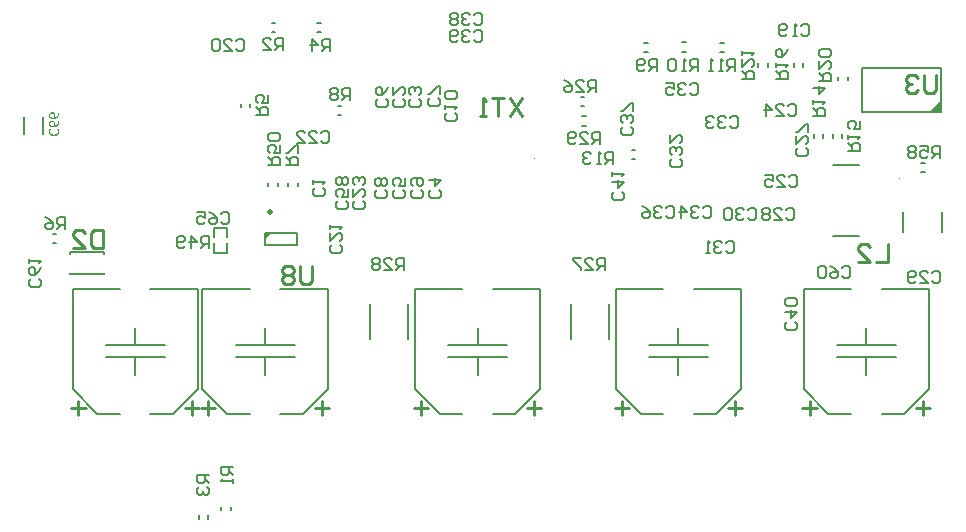
<source format=gbo>
G04*
G04 #@! TF.GenerationSoftware,Altium Limited,Altium Designer,20.0.11 (256)*
G04*
G04 Layer_Color=32896*
%FSLAX25Y25*%
%MOIN*%
G70*
G01*
G75*
%ADD10C,0.00787*%
%ADD13C,0.00394*%
%ADD14C,0.00600*%
%ADD15C,0.00500*%
%ADD16C,0.01000*%
%ADD18C,0.00598*%
%ADD85C,0.01968*%
G36*
X210671Y114330D02*
Y112122D01*
X212880Y114330D01*
X210671D01*
D02*
G37*
G36*
X436024Y154609D02*
Y158546D01*
X432087Y154609D01*
X436024D01*
D02*
G37*
G36*
X139950Y154468D02*
X140017Y154457D01*
X140073Y154446D01*
X140122Y154435D01*
X140156Y154424D01*
X140183Y154418D01*
X140189Y154413D01*
X140256Y154385D01*
X140317Y154357D01*
X140367Y154324D01*
X140411Y154296D01*
X140450Y154268D01*
X140478Y154246D01*
X140494Y154230D01*
X140500Y154224D01*
X140544Y154174D01*
X140583Y154124D01*
X140622Y154074D01*
X140650Y154024D01*
X140672Y153980D01*
X140689Y153946D01*
X140694Y153924D01*
X140700Y153913D01*
X140727Y153841D01*
X140744Y153769D01*
X140761Y153697D01*
X140766Y153630D01*
X140772Y153575D01*
X140777Y153525D01*
Y153397D01*
X140766Y153314D01*
X140761Y153236D01*
X140750Y153170D01*
X140738Y153114D01*
X140727Y153075D01*
X140722Y153047D01*
X140716Y153036D01*
X140694Y152964D01*
X140672Y152892D01*
X140644Y152831D01*
X140622Y152781D01*
X140605Y152737D01*
X140589Y152703D01*
X140578Y152681D01*
X140572Y152676D01*
X140672Y152681D01*
X140755Y152692D01*
X140827Y152709D01*
X140894Y152720D01*
X140955Y152742D01*
X141005Y152753D01*
X141038Y152770D01*
X141066Y152776D01*
X141071Y152781D01*
X141138Y152814D01*
X141199Y152848D01*
X141249Y152886D01*
X141294Y152920D01*
X141332Y152953D01*
X141360Y152981D01*
X141377Y152998D01*
X141382Y153003D01*
X141427Y153059D01*
X141466Y153120D01*
X141504Y153181D01*
X141532Y153236D01*
X141554Y153286D01*
X141571Y153331D01*
X141577Y153353D01*
X141582Y153364D01*
X141604Y153447D01*
X141627Y153536D01*
X141638Y153619D01*
X141643Y153697D01*
X141649Y153769D01*
X141654Y153819D01*
Y154224D01*
X142032D01*
Y153897D01*
X142026Y153774D01*
X142021Y153664D01*
X142009Y153564D01*
X141998Y153480D01*
X141982Y153408D01*
X141971Y153353D01*
X141965Y153319D01*
X141960Y153314D01*
Y153308D01*
X141932Y153219D01*
X141904Y153136D01*
X141871Y153059D01*
X141837Y152998D01*
X141810Y152942D01*
X141788Y152903D01*
X141771Y152881D01*
X141765Y152870D01*
X141715Y152803D01*
X141665Y152742D01*
X141621Y152692D01*
X141571Y152648D01*
X141532Y152609D01*
X141499Y152581D01*
X141477Y152565D01*
X141471Y152559D01*
X141338Y152476D01*
X141277Y152443D01*
X141216Y152415D01*
X141166Y152392D01*
X141121Y152376D01*
X141099Y152365D01*
X141088Y152359D01*
X140933Y152315D01*
X140861Y152293D01*
X140794Y152281D01*
X140733Y152270D01*
X140689Y152259D01*
X140661Y152254D01*
X140650D01*
X140478Y152237D01*
X140394Y152232D01*
X140322D01*
X140256Y152226D01*
X140211D01*
X140178D01*
X140172D01*
X140167D01*
X140034Y152232D01*
X139912Y152237D01*
X139801Y152248D01*
X139706Y152265D01*
X139629Y152276D01*
X139573Y152287D01*
X139551Y152293D01*
X139534D01*
X139529Y152298D01*
X139523D01*
X139423Y152326D01*
X139340Y152359D01*
X139262Y152398D01*
X139196Y152431D01*
X139146Y152459D01*
X139107Y152487D01*
X139085Y152504D01*
X139074Y152509D01*
X139013Y152565D01*
X138957Y152620D01*
X138913Y152681D01*
X138874Y152731D01*
X138846Y152781D01*
X138824Y152820D01*
X138813Y152842D01*
X138807Y152853D01*
X138779Y152936D01*
X138757Y153020D01*
X138746Y153097D01*
X138735Y153175D01*
X138729Y153242D01*
X138724Y153292D01*
Y153336D01*
X138729Y153430D01*
X138735Y153519D01*
X138752Y153597D01*
X138768Y153664D01*
X138779Y153725D01*
X138796Y153763D01*
X138802Y153791D01*
X138807Y153802D01*
X138840Y153880D01*
X138879Y153946D01*
X138918Y154008D01*
X138951Y154063D01*
X138985Y154102D01*
X139013Y154135D01*
X139029Y154157D01*
X139035Y154163D01*
X139090Y154218D01*
X139151Y154263D01*
X139207Y154302D01*
X139257Y154335D01*
X139307Y154363D01*
X139340Y154379D01*
X139362Y154391D01*
X139373Y154396D01*
X139451Y154424D01*
X139523Y154446D01*
X139595Y154457D01*
X139662Y154468D01*
X139717Y154474D01*
X139762Y154479D01*
X139789D01*
X139801D01*
X139878D01*
X139950Y154468D01*
D02*
G37*
G36*
Y151654D02*
X140017Y151643D01*
X140073Y151632D01*
X140122Y151621D01*
X140156Y151610D01*
X140183Y151604D01*
X140189Y151599D01*
X140256Y151571D01*
X140317Y151543D01*
X140367Y151510D01*
X140411Y151482D01*
X140450Y151455D01*
X140478Y151432D01*
X140494Y151416D01*
X140500Y151410D01*
X140544Y151360D01*
X140583Y151310D01*
X140622Y151260D01*
X140650Y151210D01*
X140672Y151166D01*
X140689Y151133D01*
X140694Y151110D01*
X140700Y151099D01*
X140727Y151027D01*
X140744Y150955D01*
X140761Y150883D01*
X140766Y150816D01*
X140772Y150761D01*
X140777Y150711D01*
Y150583D01*
X140766Y150500D01*
X140761Y150422D01*
X140750Y150356D01*
X140738Y150300D01*
X140727Y150261D01*
X140722Y150234D01*
X140716Y150223D01*
X140694Y150150D01*
X140672Y150078D01*
X140644Y150017D01*
X140622Y149967D01*
X140605Y149923D01*
X140589Y149890D01*
X140578Y149867D01*
X140572Y149862D01*
X140672Y149867D01*
X140755Y149878D01*
X140827Y149895D01*
X140894Y149906D01*
X140955Y149928D01*
X141005Y149939D01*
X141038Y149956D01*
X141066Y149962D01*
X141071Y149967D01*
X141138Y150001D01*
X141199Y150034D01*
X141249Y150073D01*
X141294Y150106D01*
X141332Y150139D01*
X141360Y150167D01*
X141377Y150184D01*
X141382Y150189D01*
X141427Y150245D01*
X141466Y150306D01*
X141504Y150367D01*
X141532Y150422D01*
X141554Y150472D01*
X141571Y150517D01*
X141577Y150539D01*
X141582Y150550D01*
X141604Y150633D01*
X141627Y150722D01*
X141638Y150805D01*
X141643Y150883D01*
X141649Y150955D01*
X141654Y151005D01*
Y151410D01*
X142032D01*
Y151083D01*
X142026Y150961D01*
X142021Y150850D01*
X142009Y150750D01*
X141998Y150666D01*
X141982Y150594D01*
X141971Y150539D01*
X141965Y150505D01*
X141960Y150500D01*
Y150494D01*
X141932Y150406D01*
X141904Y150322D01*
X141871Y150245D01*
X141837Y150184D01*
X141810Y150128D01*
X141788Y150089D01*
X141771Y150067D01*
X141765Y150056D01*
X141715Y149989D01*
X141665Y149928D01*
X141621Y149878D01*
X141571Y149834D01*
X141532Y149795D01*
X141499Y149767D01*
X141477Y149751D01*
X141471Y149745D01*
X141338Y149662D01*
X141277Y149629D01*
X141216Y149601D01*
X141166Y149579D01*
X141121Y149562D01*
X141099Y149551D01*
X141088Y149545D01*
X140933Y149501D01*
X140861Y149479D01*
X140794Y149468D01*
X140733Y149457D01*
X140689Y149445D01*
X140661Y149440D01*
X140650D01*
X140478Y149423D01*
X140394Y149418D01*
X140322D01*
X140256Y149412D01*
X140211D01*
X140178D01*
X140172D01*
X140167D01*
X140034Y149418D01*
X139912Y149423D01*
X139801Y149434D01*
X139706Y149451D01*
X139629Y149462D01*
X139573Y149473D01*
X139551Y149479D01*
X139534D01*
X139529Y149484D01*
X139523D01*
X139423Y149512D01*
X139340Y149545D01*
X139262Y149584D01*
X139196Y149618D01*
X139146Y149645D01*
X139107Y149673D01*
X139085Y149690D01*
X139074Y149695D01*
X139013Y149751D01*
X138957Y149806D01*
X138913Y149867D01*
X138874Y149917D01*
X138846Y149967D01*
X138824Y150006D01*
X138813Y150028D01*
X138807Y150039D01*
X138779Y150123D01*
X138757Y150206D01*
X138746Y150284D01*
X138735Y150361D01*
X138729Y150428D01*
X138724Y150478D01*
Y150522D01*
X138729Y150617D01*
X138735Y150705D01*
X138752Y150783D01*
X138768Y150850D01*
X138779Y150911D01*
X138796Y150950D01*
X138802Y150977D01*
X138807Y150988D01*
X138840Y151066D01*
X138879Y151133D01*
X138918Y151194D01*
X138951Y151249D01*
X138985Y151288D01*
X139013Y151321D01*
X139029Y151344D01*
X139035Y151349D01*
X139090Y151405D01*
X139151Y151449D01*
X139207Y151488D01*
X139257Y151521D01*
X139307Y151549D01*
X139340Y151566D01*
X139362Y151577D01*
X139373Y151582D01*
X139451Y151610D01*
X139523Y151632D01*
X139595Y151643D01*
X139662Y151654D01*
X139717Y151660D01*
X139762Y151665D01*
X139789D01*
X139801D01*
X139878D01*
X139950Y151654D01*
D02*
G37*
G36*
X141971Y148641D02*
X141993Y148580D01*
X142009Y148524D01*
X142021Y148474D01*
X142032Y148435D01*
X142037Y148413D01*
Y148402D01*
X142059Y148252D01*
X142065Y148186D01*
X142070Y148119D01*
X142076Y148064D01*
Y147980D01*
X142070Y147858D01*
X142059Y147742D01*
X142037Y147636D01*
X142015Y147547D01*
X141993Y147475D01*
X141971Y147420D01*
X141965Y147397D01*
X141960Y147381D01*
X141954Y147375D01*
Y147370D01*
X141904Y147275D01*
X141849Y147187D01*
X141793Y147109D01*
X141737Y147042D01*
X141688Y146987D01*
X141649Y146942D01*
X141621Y146920D01*
X141610Y146909D01*
X141527Y146843D01*
X141432Y146787D01*
X141343Y146737D01*
X141260Y146693D01*
X141182Y146665D01*
X141127Y146637D01*
X141105Y146632D01*
X141088Y146626D01*
X141077Y146621D01*
X141071D01*
X140949Y146587D01*
X140827Y146565D01*
X140705Y146543D01*
X140600Y146532D01*
X140505Y146526D01*
X140461D01*
X140428Y146521D01*
X140400D01*
X140378D01*
X140367D01*
X140361D01*
X140217Y146526D01*
X140078Y146537D01*
X139950Y146554D01*
X139828Y146576D01*
X139723Y146604D01*
X139623Y146637D01*
X139529Y146670D01*
X139451Y146704D01*
X139379Y146737D01*
X139312Y146770D01*
X139262Y146804D01*
X139218Y146831D01*
X139184Y146854D01*
X139162Y146870D01*
X139146Y146881D01*
X139140Y146887D01*
X139068Y146959D01*
X139007Y147042D01*
X138951Y147126D01*
X138901Y147209D01*
X138863Y147298D01*
X138829Y147386D01*
X138802Y147475D01*
X138779Y147558D01*
X138763Y147642D01*
X138752Y147714D01*
X138741Y147781D01*
X138735Y147836D01*
Y147886D01*
X138729Y147925D01*
Y147952D01*
X138735Y148114D01*
X138757Y148263D01*
X138779Y148402D01*
X138813Y148530D01*
X138824Y148585D01*
X138840Y148630D01*
X138851Y148674D01*
X138868Y148713D01*
X138874Y148741D01*
X138885Y148763D01*
X138890Y148774D01*
Y148779D01*
X139312D01*
X139251Y148641D01*
X139229Y148580D01*
X139212Y148524D01*
X139196Y148474D01*
X139184Y148435D01*
X139173Y148413D01*
Y148402D01*
X139146Y148258D01*
X139140Y148191D01*
X139135Y148130D01*
X139129Y148080D01*
Y148003D01*
X139135Y147914D01*
X139146Y147825D01*
X139157Y147747D01*
X139179Y147675D01*
X139201Y147608D01*
X139229Y147542D01*
X139262Y147486D01*
X139290Y147436D01*
X139318Y147392D01*
X139351Y147353D01*
X139379Y147320D01*
X139401Y147298D01*
X139423Y147275D01*
X139440Y147259D01*
X139445Y147253D01*
X139451Y147248D01*
X139517Y147203D01*
X139584Y147164D01*
X139734Y147098D01*
X139895Y147053D01*
X140050Y147026D01*
X140122Y147015D01*
X140189Y147003D01*
X140250Y146998D01*
X140300D01*
X140345Y146992D01*
X140378D01*
X140400D01*
X140405D01*
X140516Y146998D01*
X140616Y147003D01*
X140705Y147015D01*
X140783Y147026D01*
X140849Y147037D01*
X140900Y147048D01*
X140927Y147059D01*
X140938D01*
X141022Y147087D01*
X141099Y147120D01*
X141171Y147153D01*
X141227Y147187D01*
X141277Y147214D01*
X141310Y147237D01*
X141332Y147253D01*
X141338Y147259D01*
X141399Y147309D01*
X141449Y147364D01*
X141493Y147420D01*
X141527Y147470D01*
X141554Y147509D01*
X141577Y147547D01*
X141588Y147570D01*
X141593Y147575D01*
X141621Y147647D01*
X141643Y147719D01*
X141660Y147792D01*
X141671Y147853D01*
X141676Y147908D01*
X141682Y147952D01*
Y148075D01*
X141671Y148152D01*
X141665Y148224D01*
X141654Y148285D01*
X141643Y148336D01*
X141638Y148374D01*
X141627Y148397D01*
Y148408D01*
X141582Y148546D01*
X141560Y148607D01*
X141538Y148663D01*
X141516Y148713D01*
X141499Y148746D01*
X141488Y148774D01*
X141482Y148779D01*
X141921D01*
X141971Y148641D01*
D02*
G37*
%LPC*%
G36*
X139828Y154024D02*
X139801D01*
X139778D01*
X139773D01*
X139712D01*
X139656Y154019D01*
X139606Y154008D01*
X139562Y154002D01*
X139529Y153991D01*
X139501Y153980D01*
X139484Y153974D01*
X139479D01*
X139390Y153930D01*
X139351Y153908D01*
X139318Y153885D01*
X139295Y153869D01*
X139273Y153852D01*
X139262Y153841D01*
X139257Y153835D01*
X139201Y153769D01*
X139157Y153702D01*
X139140Y153675D01*
X139135Y153652D01*
X139123Y153636D01*
Y153630D01*
X139096Y153541D01*
X139085Y153458D01*
X139079Y153419D01*
Y153369D01*
X139085Y153253D01*
X139096Y153203D01*
X139107Y153158D01*
X139112Y153120D01*
X139123Y153092D01*
X139129Y153075D01*
Y153070D01*
X139151Y153025D01*
X139179Y152981D01*
X139212Y152947D01*
X139240Y152914D01*
X139268Y152886D01*
X139290Y152870D01*
X139307Y152859D01*
X139312Y152853D01*
X139368Y152820D01*
X139423Y152798D01*
X139484Y152770D01*
X139540Y152753D01*
X139584Y152737D01*
X139629Y152731D01*
X139651Y152720D01*
X139662D01*
X139745Y152703D01*
X139839Y152692D01*
X139928Y152687D01*
X140012Y152681D01*
X140089Y152676D01*
X140145D01*
X140167D01*
X140183D01*
X140195D01*
X140200D01*
X140234Y152726D01*
X140261Y152776D01*
X140278Y152814D01*
X140283Y152820D01*
Y152825D01*
X140311Y152892D01*
X140339Y152953D01*
X140345Y152975D01*
X140350Y152992D01*
X140356Y153003D01*
Y153009D01*
X140378Y153081D01*
X140394Y153136D01*
X140400Y153164D01*
Y153181D01*
X140405Y153192D01*
Y153197D01*
X140417Y153269D01*
X140428Y153331D01*
Y153453D01*
X140422Y153508D01*
X140411Y153552D01*
X140405Y153597D01*
X140394Y153630D01*
X140383Y153652D01*
X140378Y153669D01*
Y153675D01*
X140339Y153752D01*
X140300Y153813D01*
X140278Y153835D01*
X140267Y153858D01*
X140256Y153863D01*
X140250Y153869D01*
X140183Y153919D01*
X140117Y153958D01*
X140089Y153969D01*
X140067Y153980D01*
X140050Y153985D01*
X140045D01*
X139950Y154008D01*
X139906Y154013D01*
X139862Y154019D01*
X139828Y154024D01*
D02*
G37*
G36*
Y151210D02*
X139801D01*
X139778D01*
X139773D01*
X139712D01*
X139656Y151205D01*
X139606Y151194D01*
X139562Y151188D01*
X139529Y151177D01*
X139501Y151166D01*
X139484Y151160D01*
X139479D01*
X139390Y151116D01*
X139351Y151094D01*
X139318Y151072D01*
X139295Y151055D01*
X139273Y151038D01*
X139262Y151027D01*
X139257Y151022D01*
X139201Y150955D01*
X139157Y150889D01*
X139140Y150861D01*
X139135Y150838D01*
X139123Y150822D01*
Y150816D01*
X139096Y150727D01*
X139085Y150644D01*
X139079Y150605D01*
Y150556D01*
X139085Y150439D01*
X139096Y150389D01*
X139107Y150345D01*
X139112Y150306D01*
X139123Y150278D01*
X139129Y150261D01*
Y150256D01*
X139151Y150211D01*
X139179Y150167D01*
X139212Y150134D01*
X139240Y150100D01*
X139268Y150073D01*
X139290Y150056D01*
X139307Y150045D01*
X139312Y150039D01*
X139368Y150006D01*
X139423Y149984D01*
X139484Y149956D01*
X139540Y149939D01*
X139584Y149923D01*
X139629Y149917D01*
X139651Y149906D01*
X139662D01*
X139745Y149890D01*
X139839Y149878D01*
X139928Y149873D01*
X140012Y149867D01*
X140089Y149862D01*
X140145D01*
X140167D01*
X140183D01*
X140195D01*
X140200D01*
X140234Y149912D01*
X140261Y149962D01*
X140278Y150001D01*
X140283Y150006D01*
Y150012D01*
X140311Y150078D01*
X140339Y150139D01*
X140345Y150161D01*
X140350Y150178D01*
X140356Y150189D01*
Y150195D01*
X140378Y150267D01*
X140394Y150322D01*
X140400Y150350D01*
Y150367D01*
X140405Y150378D01*
Y150383D01*
X140417Y150456D01*
X140428Y150517D01*
Y150639D01*
X140422Y150694D01*
X140411Y150739D01*
X140405Y150783D01*
X140394Y150816D01*
X140383Y150838D01*
X140378Y150855D01*
Y150861D01*
X140339Y150938D01*
X140300Y150999D01*
X140278Y151022D01*
X140267Y151044D01*
X140256Y151049D01*
X140250Y151055D01*
X140183Y151105D01*
X140117Y151144D01*
X140089Y151155D01*
X140067Y151166D01*
X140050Y151172D01*
X140045D01*
X139950Y151194D01*
X139906Y151199D01*
X139862Y151205D01*
X139828Y151210D01*
D02*
G37*
%LPD*%
D10*
X130450Y147244D02*
Y152756D01*
X136750Y147244D02*
Y152756D01*
X423404Y114453D02*
Y121146D01*
X436396Y114453D02*
Y121146D01*
X312605Y78740D02*
Y90551D01*
X325400Y78740D02*
Y90551D01*
X245676Y78740D02*
Y90551D01*
X258471Y78740D02*
Y90551D01*
X400001Y136735D02*
X408662D01*
X400001Y113034D02*
X408662D01*
X145791Y100360D02*
Y100950D01*
X157209Y100360D02*
Y100950D01*
X145791Y107249D02*
Y107840D01*
X157209Y107249D02*
Y107840D01*
X145791Y100360D02*
X157209D01*
X145791Y107840D02*
X157209D01*
X409647Y154609D02*
X436024D01*
X409647D02*
Y169176D01*
X436024D01*
Y154609D02*
Y169176D01*
D13*
X300584Y138978D02*
G03*
X300584Y138978I-197J0D01*
G01*
X422372Y132415D02*
G03*
X422372Y132415I-197J0D01*
G01*
X158980Y107249D02*
G03*
X158980Y107249I-197J0D01*
G01*
D14*
X260735Y62205D02*
X269002Y53937D01*
X260735Y62205D02*
Y95669D01*
X294199Y53937D02*
X302467Y62205D01*
Y95669D01*
X260735D02*
X276483D01*
X269002Y53937D02*
X276483D01*
X286719Y95669D02*
X302467D01*
X286719Y53937D02*
X294199D01*
X271758Y76772D02*
X291443D01*
X271758Y72835D02*
X291443D01*
X281601Y66929D02*
Y72835D01*
Y76772D02*
Y82677D01*
X390262Y62205D02*
X398530Y53937D01*
X390262Y62205D02*
Y95669D01*
X423727Y53937D02*
X431994Y62205D01*
Y95669D01*
X390262D02*
X406010D01*
X398530Y53937D02*
X406010D01*
X416247Y95669D02*
X431994D01*
X416247Y53937D02*
X423727D01*
X401286Y76772D02*
X420971D01*
X401286Y72835D02*
X420971D01*
X411128Y66929D02*
Y72835D01*
Y76772D02*
Y82677D01*
X146561Y62205D02*
X154829Y53937D01*
X146561Y62205D02*
Y95669D01*
X180026Y53937D02*
X188294Y62205D01*
Y95669D01*
X146561D02*
X162309D01*
X154829Y53937D02*
X162309D01*
X172546Y95669D02*
X188294D01*
X172546Y53937D02*
X180026D01*
X157585Y76772D02*
X177270D01*
X157585Y72835D02*
X177270D01*
X167428Y66929D02*
Y72835D01*
Y76772D02*
Y82677D01*
X189868Y62205D02*
X198136Y53937D01*
X189868Y62205D02*
Y95669D01*
X223333Y53937D02*
X231601Y62205D01*
Y95669D01*
X189868D02*
X205616D01*
X198136Y53937D02*
X205616D01*
X215853Y95669D02*
X231601D01*
X215853Y53937D02*
X223333D01*
X200892Y76772D02*
X220577D01*
X200892Y72835D02*
X220577D01*
X210735Y66929D02*
Y72835D01*
Y76772D02*
Y82677D01*
X327664Y62205D02*
X335931Y53937D01*
X327664Y62205D02*
Y95669D01*
X361128Y53937D02*
X369396Y62205D01*
Y95669D01*
X327664D02*
X343412D01*
X335931Y53937D02*
X343412D01*
X353648Y95669D02*
X369396D01*
X353648Y53937D02*
X361128D01*
X338687Y76772D02*
X358372D01*
X338687Y72835D02*
X358372D01*
X348530Y66929D02*
Y72835D01*
Y76772D02*
Y82677D01*
X403140Y102464D02*
X403806Y103131D01*
X405139D01*
X405805Y102464D01*
Y99799D01*
X405139Y99132D01*
X403806D01*
X403140Y99799D01*
X399141Y103131D02*
X400474Y102464D01*
X401807Y101132D01*
Y99799D01*
X401140Y99132D01*
X399808D01*
X399141Y99799D01*
Y100465D01*
X399808Y101132D01*
X401807D01*
X397808Y102464D02*
X397142Y103131D01*
X395809D01*
X395142Y102464D01*
Y99799D01*
X395809Y99132D01*
X397142D01*
X397808Y99799D01*
Y102464D01*
X389434Y183032D02*
X390101Y183699D01*
X391434D01*
X392100Y183032D01*
Y180366D01*
X391434Y179700D01*
X390101D01*
X389434Y180366D01*
X388101Y179700D02*
X386768D01*
X387435D01*
Y183699D01*
X388101Y183032D01*
X384769Y180366D02*
X384103Y179700D01*
X382770D01*
X382103Y180366D01*
Y183032D01*
X382770Y183699D01*
X384103D01*
X384769Y183032D01*
Y182366D01*
X384103Y181699D01*
X382103D01*
X196134Y120632D02*
X196801Y121299D01*
X198134D01*
X198800Y120632D01*
Y117966D01*
X198134Y117300D01*
X196801D01*
X196134Y117966D01*
X192136Y121299D02*
X193468Y120632D01*
X194801Y119299D01*
Y117966D01*
X194135Y117300D01*
X192802D01*
X192136Y117966D01*
Y118633D01*
X192802Y119299D01*
X194801D01*
X188137Y121299D02*
X190803D01*
Y119299D01*
X189470Y119966D01*
X188803D01*
X188137Y119299D01*
Y117966D01*
X188803Y117300D01*
X190136D01*
X190803Y117966D01*
X211600Y136900D02*
X215599D01*
Y138899D01*
X214932Y139566D01*
X213599D01*
X212933Y138899D01*
Y136900D01*
Y138233D02*
X211600Y139566D01*
X215599Y143564D02*
Y140899D01*
X213599D01*
X214266Y142232D01*
Y142898D01*
X213599Y143564D01*
X212266D01*
X211600Y142898D01*
Y141565D01*
X212266Y140899D01*
X214932Y144897D02*
X215599Y145564D01*
Y146897D01*
X214932Y147563D01*
X212266D01*
X211600Y146897D01*
Y145564D01*
X212266Y144897D01*
X214932D01*
X257191Y101968D02*
Y105967D01*
X255192D01*
X254525Y105301D01*
Y103968D01*
X255192Y103301D01*
X257191D01*
X255858D02*
X254525Y101968D01*
X250527D02*
X253193D01*
X250527Y104634D01*
Y105301D01*
X251193Y105967D01*
X252526D01*
X253193Y105301D01*
X249194D02*
X248528Y105967D01*
X247195D01*
X246528Y105301D01*
Y104634D01*
X247195Y103968D01*
X246528Y103301D01*
Y102635D01*
X247195Y101968D01*
X248528D01*
X249194Y102635D01*
Y103301D01*
X248528Y103968D01*
X249194Y104634D01*
Y105301D01*
X248528Y103968D02*
X247195D01*
X324120Y101968D02*
Y105967D01*
X322121D01*
X321455Y105301D01*
Y103968D01*
X322121Y103301D01*
X324120D01*
X322788D02*
X321455Y101968D01*
X317456D02*
X320122D01*
X317456Y104634D01*
Y105301D01*
X318122Y105967D01*
X319455D01*
X320122Y105301D01*
X316123Y105967D02*
X313457D01*
Y105301D01*
X316123Y102635D01*
Y101968D01*
X369686Y165435D02*
X373685D01*
Y167435D01*
X373018Y168101D01*
X371685D01*
X371019Y167435D01*
Y165435D01*
Y166768D02*
X369686Y168101D01*
Y172100D02*
Y169434D01*
X372352Y172100D01*
X373018D01*
X373685Y171433D01*
Y170100D01*
X373018Y169434D01*
X369686Y173433D02*
Y174766D01*
Y174099D01*
X373685D01*
X373018Y173433D01*
X395400Y164700D02*
X399399D01*
Y166699D01*
X398732Y167366D01*
X397399D01*
X396733Y166699D01*
Y164700D01*
Y166033D02*
X395400Y167366D01*
Y171364D02*
Y168699D01*
X398066Y171364D01*
X398732D01*
X399399Y170698D01*
Y169365D01*
X398732Y168699D01*
Y172697D02*
X399399Y173364D01*
Y174697D01*
X398732Y175363D01*
X396066D01*
X395400Y174697D01*
Y173364D01*
X396066Y172697D01*
X398732D01*
X381000Y165500D02*
X384999D01*
Y167499D01*
X384332Y168166D01*
X382999D01*
X382333Y167499D01*
Y165500D01*
Y166833D02*
X381000Y168166D01*
Y169499D02*
Y170832D01*
Y170165D01*
X384999D01*
X384332Y169499D01*
X384999Y175497D02*
X384332Y174164D01*
X382999Y172831D01*
X381666D01*
X381000Y173497D01*
Y174830D01*
X381666Y175497D01*
X382333D01*
X382999Y174830D01*
Y172831D01*
X405200Y141400D02*
X409199D01*
Y143399D01*
X408532Y144066D01*
X407199D01*
X406533Y143399D01*
Y141400D01*
Y142733D02*
X405200Y144066D01*
Y145399D02*
Y146732D01*
Y146065D01*
X409199D01*
X408532Y145399D01*
X409199Y151397D02*
Y148731D01*
X407199D01*
X407866Y150064D01*
Y150730D01*
X407199Y151397D01*
X405866D01*
X405200Y150730D01*
Y149397D01*
X405866Y148731D01*
X393308Y153231D02*
X397307D01*
Y155230D01*
X396640Y155896D01*
X395307D01*
X394641Y155230D01*
Y153231D01*
Y154564D02*
X393308Y155896D01*
Y157229D02*
Y158562D01*
Y157896D01*
X397307D01*
X396640Y157229D01*
X393308Y162561D02*
X397307D01*
X395307Y160562D01*
Y163227D01*
X326600Y137300D02*
Y141299D01*
X324601D01*
X323934Y140632D01*
Y139299D01*
X324601Y138633D01*
X326600D01*
X325267D02*
X323934Y137300D01*
X322601D02*
X321268D01*
X321935D01*
Y141299D01*
X322601Y140632D01*
X319269D02*
X318603Y141299D01*
X317270D01*
X316603Y140632D01*
Y139966D01*
X317270Y139299D01*
X317936D01*
X317270D01*
X316603Y138633D01*
Y137966D01*
X317270Y137300D01*
X318603D01*
X319269Y137966D01*
X367324Y168191D02*
Y172190D01*
X365324D01*
X364658Y171524D01*
Y170191D01*
X365324Y169524D01*
X367324D01*
X365991D02*
X364658Y168191D01*
X363325D02*
X361992D01*
X362659D01*
Y172190D01*
X363325Y171524D01*
X359993Y168191D02*
X358660D01*
X359326D01*
Y172190D01*
X359993Y171524D01*
X355119Y168280D02*
Y172278D01*
X353120D01*
X352453Y171612D01*
Y170279D01*
X353120Y169612D01*
X355119D01*
X353786D02*
X352453Y168280D01*
X351120D02*
X349787D01*
X350454D01*
Y172278D01*
X351120Y171612D01*
X347788D02*
X347122Y172278D01*
X345789D01*
X345122Y171612D01*
Y168946D01*
X345789Y168280D01*
X347122D01*
X347788Y168946D01*
Y171612D01*
X341339Y168191D02*
Y172190D01*
X339340D01*
X338674Y171524D01*
Y170191D01*
X339340Y169524D01*
X341339D01*
X340006D02*
X338674Y168191D01*
X337341Y168858D02*
X336674Y168191D01*
X335341D01*
X334675Y168858D01*
Y171524D01*
X335341Y172190D01*
X336674D01*
X337341Y171524D01*
Y170857D01*
X336674Y170191D01*
X334675D01*
X239143Y158543D02*
Y162542D01*
X237144D01*
X236477Y161875D01*
Y160543D01*
X237144Y159876D01*
X239143D01*
X237810D02*
X236477Y158543D01*
X235145Y161875D02*
X234478Y162542D01*
X233145D01*
X232479Y161875D01*
Y161209D01*
X233145Y160543D01*
X232479Y159876D01*
Y159210D01*
X233145Y158543D01*
X234478D01*
X235145Y159210D01*
Y159876D01*
X234478Y160543D01*
X235145Y161209D01*
Y161875D01*
X234478Y160543D02*
X233145D01*
X217700Y136800D02*
X221699D01*
Y138799D01*
X221032Y139466D01*
X219699D01*
X219033Y138799D01*
Y136800D01*
Y138133D02*
X217700Y139466D01*
X221699Y140799D02*
Y143465D01*
X221032D01*
X218366Y140799D01*
X217700D01*
X143947Y115450D02*
Y119448D01*
X141947D01*
X141281Y118782D01*
Y117449D01*
X141947Y116782D01*
X143947D01*
X142614D02*
X141281Y115450D01*
X137282Y119448D02*
X138615Y118782D01*
X139948Y117449D01*
Y116116D01*
X139281Y115450D01*
X137948D01*
X137282Y116116D01*
Y116782D01*
X137948Y117449D01*
X139948D01*
X207600Y153500D02*
X211599D01*
Y155499D01*
X210932Y156166D01*
X209599D01*
X208933Y155499D01*
Y153500D01*
Y154833D02*
X207600Y156166D01*
X211599Y160164D02*
Y157499D01*
X209599D01*
X210266Y158832D01*
Y159498D01*
X209599Y160164D01*
X208266D01*
X207600Y159498D01*
Y158165D01*
X208266Y157499D01*
X192168Y33380D02*
X188170D01*
Y31380D01*
X188836Y30714D01*
X190169D01*
X190836Y31380D01*
Y33380D01*
Y32047D02*
X192168Y30714D01*
X188836Y29381D02*
X188170Y28714D01*
Y27381D01*
X188836Y26715D01*
X189503D01*
X190169Y27381D01*
Y28048D01*
Y27381D01*
X190836Y26715D01*
X191502D01*
X192168Y27381D01*
Y28714D01*
X191502Y29381D01*
X200062Y36079D02*
X196063D01*
Y34080D01*
X196730Y33414D01*
X198063D01*
X198729Y34080D01*
Y36079D01*
Y34747D02*
X200062Y33414D01*
Y32081D02*
Y30748D01*
Y31414D01*
X196063D01*
X196730Y32081D01*
X135346Y98848D02*
X136012Y98181D01*
Y96848D01*
X135346Y96182D01*
X132680D01*
X132013Y96848D01*
Y98181D01*
X132680Y98848D01*
X136012Y102846D02*
X135346Y101514D01*
X134013Y100181D01*
X132680D01*
X132013Y100847D01*
Y102180D01*
X132680Y102846D01*
X133346D01*
X134013Y102180D01*
Y100181D01*
X132013Y104179D02*
Y105512D01*
Y104846D01*
X136012D01*
X135346Y104179D01*
X237774Y124911D02*
X238440Y124245D01*
Y122912D01*
X237774Y122246D01*
X235108D01*
X234442Y122912D01*
Y124245D01*
X235108Y124911D01*
X238440Y128910D02*
Y126244D01*
X236441D01*
X237107Y127577D01*
Y128244D01*
X236441Y128910D01*
X235108D01*
X234442Y128244D01*
Y126911D01*
X235108Y126244D01*
X237774Y130243D02*
X238440Y130910D01*
Y132242D01*
X237774Y132909D01*
X237107D01*
X236441Y132242D01*
X235775Y132909D01*
X235108D01*
X234442Y132242D01*
Y130910D01*
X235108Y130243D01*
X235775D01*
X236441Y130910D01*
X237107Y130243D01*
X237774D01*
X236441Y130910D02*
Y132242D01*
X329711Y127944D02*
X330377Y127277D01*
Y125944D01*
X329711Y125278D01*
X327045D01*
X326379Y125944D01*
Y127277D01*
X327045Y127944D01*
X326379Y131276D02*
X330377D01*
X328378Y129277D01*
Y131942D01*
X326379Y133275D02*
Y134608D01*
Y133942D01*
X330377D01*
X329711Y133275D01*
X387295Y84556D02*
X387962Y83889D01*
Y82556D01*
X387295Y81890D01*
X384629D01*
X383963Y82556D01*
Y83889D01*
X384629Y84556D01*
X383963Y87888D02*
X387962D01*
X385962Y85888D01*
Y88554D01*
X387295Y89887D02*
X387962Y90554D01*
Y91887D01*
X387295Y92553D01*
X384629D01*
X383963Y91887D01*
Y90554D01*
X384629Y89887D01*
X387295D01*
X332861Y149597D02*
X333527Y148931D01*
Y147598D01*
X332861Y146931D01*
X330195D01*
X329528Y147598D01*
Y148931D01*
X330195Y149597D01*
X332861Y150930D02*
X333527Y151597D01*
Y152929D01*
X332861Y153596D01*
X332194D01*
X331528Y152929D01*
Y152263D01*
Y152929D01*
X330861Y153596D01*
X330195D01*
X329528Y152929D01*
Y151597D01*
X330195Y150930D01*
X333527Y154929D02*
Y157595D01*
X332861D01*
X330195Y154929D01*
X329528D01*
X344534Y122632D02*
X345201Y123299D01*
X346534D01*
X347200Y122632D01*
Y119966D01*
X346534Y119300D01*
X345201D01*
X344534Y119966D01*
X343201Y122632D02*
X342535Y123299D01*
X341202D01*
X340535Y122632D01*
Y121966D01*
X341202Y121299D01*
X341868D01*
X341202D01*
X340535Y120633D01*
Y119966D01*
X341202Y119300D01*
X342535D01*
X343201Y119966D01*
X336537Y123299D02*
X337870Y122632D01*
X339203Y121299D01*
Y119966D01*
X338536Y119300D01*
X337203D01*
X336537Y119966D01*
Y120633D01*
X337203Y121299D01*
X339203D01*
X352334Y163532D02*
X353001Y164199D01*
X354334D01*
X355000Y163532D01*
Y160866D01*
X354334Y160200D01*
X353001D01*
X352334Y160866D01*
X351001Y163532D02*
X350335Y164199D01*
X349002D01*
X348336Y163532D01*
Y162866D01*
X349002Y162199D01*
X349668D01*
X349002D01*
X348336Y161533D01*
Y160866D01*
X349002Y160200D01*
X350335D01*
X351001Y160866D01*
X344337Y164199D02*
X347003D01*
Y162199D01*
X345670Y162866D01*
X345003D01*
X344337Y162199D01*
Y160866D01*
X345003Y160200D01*
X346336D01*
X347003Y160866D01*
X356783Y122468D02*
X357449Y123135D01*
X358782D01*
X359449Y122468D01*
Y119802D01*
X358782Y119136D01*
X357449D01*
X356783Y119802D01*
X355450Y122468D02*
X354784Y123135D01*
X353451D01*
X352784Y122468D01*
Y121802D01*
X353451Y121135D01*
X354117D01*
X353451D01*
X352784Y120469D01*
Y119802D01*
X353451Y119136D01*
X354784D01*
X355450Y119802D01*
X349452Y119136D02*
Y123135D01*
X351451Y121135D01*
X348785D01*
X365839Y152626D02*
X366505Y153292D01*
X367838D01*
X368505Y152626D01*
Y149960D01*
X367838Y149294D01*
X366505D01*
X365839Y149960D01*
X364506Y152626D02*
X363840Y153292D01*
X362507D01*
X361840Y152626D01*
Y151959D01*
X362507Y151293D01*
X363173D01*
X362507D01*
X361840Y150627D01*
Y149960D01*
X362507Y149294D01*
X363840D01*
X364506Y149960D01*
X360507Y152626D02*
X359841Y153292D01*
X358508D01*
X357841Y152626D01*
Y151959D01*
X358508Y151293D01*
X359174D01*
X358508D01*
X357841Y150627D01*
Y149960D01*
X358508Y149294D01*
X359841D01*
X360507Y149960D01*
X348932Y138766D02*
X349599Y138099D01*
Y136766D01*
X348932Y136100D01*
X346266D01*
X345600Y136766D01*
Y138099D01*
X346266Y138766D01*
X348932Y140099D02*
X349599Y140765D01*
Y142098D01*
X348932Y142764D01*
X348266D01*
X347599Y142098D01*
Y141432D01*
Y142098D01*
X346933Y142764D01*
X346266D01*
X345600Y142098D01*
Y140765D01*
X346266Y140099D01*
X345600Y146763D02*
Y144097D01*
X348266Y146763D01*
X348932D01*
X349599Y146097D01*
Y144764D01*
X348932Y144097D01*
X364264Y110894D02*
X364931Y111560D01*
X366264D01*
X366930Y110894D01*
Y108228D01*
X366264Y107561D01*
X364931D01*
X364264Y108228D01*
X362931Y110894D02*
X362265Y111560D01*
X360932D01*
X360265Y110894D01*
Y110227D01*
X360932Y109561D01*
X361598D01*
X360932D01*
X360265Y108894D01*
Y108228D01*
X360932Y107561D01*
X362265D01*
X362931Y108228D01*
X358932Y107561D02*
X357600D01*
X358266D01*
Y111560D01*
X358932Y110894D01*
X371744Y121917D02*
X372411Y122584D01*
X373744D01*
X374410Y121917D01*
Y119251D01*
X373744Y118585D01*
X372411D01*
X371744Y119251D01*
X370411Y121917D02*
X369745Y122584D01*
X368412D01*
X367746Y121917D01*
Y121251D01*
X368412Y120584D01*
X369079D01*
X368412D01*
X367746Y119918D01*
Y119251D01*
X368412Y118585D01*
X369745D01*
X370411Y119251D01*
X366413Y121917D02*
X365746Y122584D01*
X364413D01*
X363747Y121917D01*
Y119251D01*
X364413Y118585D01*
X365746D01*
X366413Y119251D01*
Y121917D01*
X433034Y100832D02*
X433701Y101499D01*
X435034D01*
X435700Y100832D01*
Y98166D01*
X435034Y97500D01*
X433701D01*
X433034Y98166D01*
X429036Y97500D02*
X431701D01*
X429036Y100166D01*
Y100832D01*
X429702Y101499D01*
X431035D01*
X431701Y100832D01*
X427703Y98166D02*
X427036Y97500D01*
X425703D01*
X425037Y98166D01*
Y100832D01*
X425703Y101499D01*
X427036D01*
X427703Y100832D01*
Y100166D01*
X427036Y99499D01*
X425037D01*
X384343Y121917D02*
X385009Y122584D01*
X386342D01*
X387009Y121917D01*
Y119251D01*
X386342Y118585D01*
X385009D01*
X384343Y119251D01*
X380344Y118585D02*
X383010D01*
X380344Y121251D01*
Y121917D01*
X381011Y122584D01*
X382344D01*
X383010Y121917D01*
X379011D02*
X378345Y122584D01*
X377012D01*
X376345Y121917D01*
Y121251D01*
X377012Y120584D01*
X376345Y119918D01*
Y119251D01*
X377012Y118585D01*
X378345D01*
X379011Y119251D01*
Y119918D01*
X378345Y120584D01*
X379011Y121251D01*
Y121917D01*
X378345Y120584D02*
X377012D01*
X391128Y142511D02*
X391795Y141844D01*
Y140511D01*
X391128Y139845D01*
X388462D01*
X387796Y140511D01*
Y141844D01*
X388462Y142511D01*
X387796Y146509D02*
Y143843D01*
X390462Y146509D01*
X391128D01*
X391795Y145843D01*
Y144510D01*
X391128Y143843D01*
X391795Y147842D02*
Y150508D01*
X391128D01*
X388462Y147842D01*
X387796D01*
X385524Y132941D02*
X386190Y133607D01*
X387523D01*
X388190Y132941D01*
Y130275D01*
X387523Y129609D01*
X386190D01*
X385524Y130275D01*
X381525Y129609D02*
X384191D01*
X381525Y132274D01*
Y132941D01*
X382192Y133607D01*
X383525D01*
X384191Y132941D01*
X377526Y133607D02*
X380192D01*
Y131608D01*
X378859Y132274D01*
X378193D01*
X377526Y131608D01*
Y130275D01*
X378193Y129609D01*
X379526D01*
X380192Y130275D01*
X384933Y156563D02*
X385600Y157229D01*
X386933D01*
X387599Y156563D01*
Y153897D01*
X386933Y153231D01*
X385600D01*
X384933Y153897D01*
X380935Y153231D02*
X383600D01*
X380935Y155896D01*
Y156563D01*
X381601Y157229D01*
X382934D01*
X383600Y156563D01*
X377602Y153231D02*
Y157229D01*
X379602Y155230D01*
X376936D01*
X243286Y124911D02*
X243952Y124245D01*
Y122912D01*
X243286Y122246D01*
X240620D01*
X239953Y122912D01*
Y124245D01*
X240620Y124911D01*
X239953Y128910D02*
Y126244D01*
X242619Y128910D01*
X243286D01*
X243952Y128244D01*
Y126911D01*
X243286Y126244D01*
Y130243D02*
X243952Y130910D01*
Y132242D01*
X243286Y132909D01*
X242619D01*
X241953Y132242D01*
Y131576D01*
Y132242D01*
X241286Y132909D01*
X240620D01*
X239953Y132242D01*
Y130910D01*
X240620Y130243D01*
X229434Y147532D02*
X230101Y148199D01*
X231434D01*
X232100Y147532D01*
Y144866D01*
X231434Y144200D01*
X230101D01*
X229434Y144866D01*
X225435Y144200D02*
X228101D01*
X225435Y146866D01*
Y147532D01*
X226102Y148199D01*
X227435D01*
X228101Y147532D01*
X221437Y144200D02*
X224103D01*
X221437Y146866D01*
Y147532D01*
X222103Y148199D01*
X223436D01*
X224103Y147532D01*
X235732Y110066D02*
X236399Y109399D01*
Y108066D01*
X235732Y107400D01*
X233066D01*
X232400Y108066D01*
Y109399D01*
X233066Y110066D01*
X232400Y114065D02*
Y111399D01*
X235066Y114065D01*
X235732D01*
X236399Y113398D01*
Y112065D01*
X235732Y111399D01*
X232400Y115397D02*
Y116730D01*
Y116064D01*
X236399D01*
X235732Y115397D01*
X200952Y178165D02*
X201619Y178831D01*
X202952D01*
X203618Y178165D01*
Y175499D01*
X202952Y174832D01*
X201619D01*
X200952Y175499D01*
X196954Y174832D02*
X199619D01*
X196954Y177498D01*
Y178165D01*
X197620Y178831D01*
X198953D01*
X199619Y178165D01*
X195621D02*
X194954Y178831D01*
X193621D01*
X192955Y178165D01*
Y175499D01*
X193621Y174832D01*
X194954D01*
X195621Y175499D01*
Y178165D01*
X273994Y154045D02*
X274661Y153379D01*
Y152046D01*
X273994Y151380D01*
X271329D01*
X270662Y152046D01*
Y153379D01*
X271329Y154045D01*
X270662Y155378D02*
Y156711D01*
Y156045D01*
X274661D01*
X273994Y155378D01*
Y158710D02*
X274661Y159377D01*
Y160710D01*
X273994Y161376D01*
X271329D01*
X270662Y160710D01*
Y159377D01*
X271329Y158710D01*
X273994D01*
X262577Y128455D02*
X263244Y127788D01*
Y126455D01*
X262577Y125789D01*
X259911D01*
X259245Y126455D01*
Y127788D01*
X259911Y128455D01*
Y129788D02*
X259245Y130454D01*
Y131787D01*
X259911Y132453D01*
X262577D01*
X263244Y131787D01*
Y130454D01*
X262577Y129788D01*
X261911D01*
X261244Y130454D01*
Y132453D01*
X250766Y128455D02*
X251433Y127788D01*
Y126455D01*
X250766Y125789D01*
X248100D01*
X247434Y126455D01*
Y127788D01*
X248100Y128455D01*
X250766Y129788D02*
X251433Y130454D01*
Y131787D01*
X250766Y132453D01*
X250100D01*
X249433Y131787D01*
X248767Y132453D01*
X248100D01*
X247434Y131787D01*
Y130454D01*
X248100Y129788D01*
X248767D01*
X249433Y130454D01*
X250100Y129788D01*
X250766D01*
X249433Y130454D02*
Y131787D01*
X268483Y159163D02*
X269149Y158497D01*
Y157164D01*
X268483Y156498D01*
X265817D01*
X265150Y157164D01*
Y158497D01*
X265817Y159163D01*
X269149Y160496D02*
Y163162D01*
X268483D01*
X265817Y160496D01*
X265150D01*
X251160Y158770D02*
X251826Y158103D01*
Y156770D01*
X251160Y156104D01*
X248494D01*
X247828Y156770D01*
Y158103D01*
X248494Y158770D01*
X251826Y162768D02*
X251160Y161435D01*
X249827Y160103D01*
X248494D01*
X247828Y160769D01*
Y162102D01*
X248494Y162768D01*
X249161D01*
X249827Y162102D01*
Y160103D01*
X256632Y128566D02*
X257299Y127899D01*
Y126566D01*
X256632Y125900D01*
X253966D01*
X253300Y126566D01*
Y127899D01*
X253966Y128566D01*
X257299Y132564D02*
Y129899D01*
X255299D01*
X255966Y131232D01*
Y131898D01*
X255299Y132564D01*
X253966D01*
X253300Y131898D01*
Y130565D01*
X253966Y129899D01*
X268876Y128455D02*
X269543Y127788D01*
Y126455D01*
X268876Y125789D01*
X266211D01*
X265544Y126455D01*
Y127788D01*
X266211Y128455D01*
X265544Y131787D02*
X269543D01*
X267543Y129788D01*
Y132453D01*
X262183Y158770D02*
X262850Y158103D01*
Y156770D01*
X262183Y156104D01*
X259518D01*
X258851Y156770D01*
Y158103D01*
X259518Y158770D01*
X262183Y160103D02*
X262850Y160769D01*
Y162102D01*
X262183Y162768D01*
X261517D01*
X260851Y162102D01*
Y161435D01*
Y162102D01*
X260184Y162768D01*
X259518D01*
X258851Y162102D01*
Y160769D01*
X259518Y160103D01*
X256672Y158770D02*
X257338Y158103D01*
Y156770D01*
X256672Y156104D01*
X254006D01*
X253339Y156770D01*
Y158103D01*
X254006Y158770D01*
X253339Y162768D02*
Y160103D01*
X256005Y162768D01*
X256672D01*
X257338Y162102D01*
Y160769D01*
X256672Y160103D01*
X230132Y129166D02*
X230799Y128499D01*
Y127166D01*
X230132Y126500D01*
X227466D01*
X226800Y127166D01*
Y128499D01*
X227466Y129166D01*
X226800Y130499D02*
Y131832D01*
Y131165D01*
X230799D01*
X230132Y130499D01*
D15*
X140000Y110700D02*
X141200D01*
X140000Y113900D02*
X141200D01*
X228200Y184300D02*
X229400D01*
X228200Y181100D02*
X229400D01*
X212900Y184300D02*
X214100D01*
X212900Y181100D02*
X214100D01*
X193735Y107666D02*
X198065D01*
Y110816D01*
Y112784D02*
Y115934D01*
X193735D02*
X198065D01*
X193735Y112784D02*
Y115934D01*
Y107666D02*
Y110816D01*
X332900Y142000D02*
X334100D01*
X332900Y138800D02*
X334100D01*
X210671Y110330D02*
Y114330D01*
Y110330D02*
X221301Y110330D01*
Y114330D01*
X210671Y114330D02*
X221301Y114330D01*
X316400Y153100D02*
X317600D01*
X316400Y149900D02*
X317600D01*
X316000Y159600D02*
X317200D01*
X316000Y156400D02*
X317200D01*
X403175Y145938D02*
Y147138D01*
X399975Y145938D02*
Y147138D01*
X396876Y145938D02*
Y147138D01*
X393676Y145938D02*
Y147138D01*
X390183Y169560D02*
Y170760D01*
X386983Y169560D02*
Y170760D01*
X401800Y165100D02*
Y166300D01*
X405000Y165100D02*
Y166300D01*
X375172Y169560D02*
Y170760D01*
X378372Y169560D02*
Y170760D01*
X362393Y174465D02*
X363593D01*
X362393Y177665D02*
X363593D01*
X349795Y174554D02*
X350994D01*
X349795Y177753D02*
X350994D01*
X337196Y174465D02*
X338396D01*
X337196Y177665D02*
X338396D01*
X235000Y156600D02*
X236200D01*
X235000Y153400D02*
X236200D01*
X211800Y129700D02*
Y130900D01*
X215000Y129700D02*
Y130900D01*
X221700Y129700D02*
Y130900D01*
X218500Y129700D02*
Y130900D01*
X196100Y21700D02*
Y22900D01*
X199300Y21700D02*
X199300Y22900D01*
X188600Y19000D02*
Y20200D01*
X191800Y19000D02*
Y20200D01*
X202600Y156147D02*
Y157347D01*
X205800Y156147D02*
Y157347D01*
X429475Y134480D02*
X430675Y134480D01*
X429475Y137680D02*
X430675Y137680D01*
D16*
X298136Y55905D02*
X302860D01*
X300498Y53543D02*
Y58268D01*
X262703Y53543D02*
Y58268D01*
X260341Y55905D02*
X265065D01*
X427664Y55906D02*
X432388D01*
X430026Y53543D02*
Y58268D01*
X392231Y53543D02*
Y58268D01*
X389868Y55906D02*
X394593D01*
X183963Y55905D02*
X188687D01*
X186325Y53543D02*
Y58268D01*
X148530Y53543D02*
Y58268D01*
X146168Y55905D02*
X150892D01*
X227270D02*
X231995D01*
X229632Y53543D02*
Y58268D01*
X191837Y53543D02*
Y58268D01*
X189475Y55905D02*
X194199D01*
X365065D02*
X369790D01*
X367427Y53543D02*
Y58268D01*
X329632Y53543D02*
Y58268D01*
X327270Y55905D02*
X331995D01*
X226300Y103298D02*
Y98300D01*
X225300Y97300D01*
X223301D01*
X222301Y98300D01*
Y103298D01*
X220302Y102298D02*
X219302Y103298D01*
X217303D01*
X216303Y102298D01*
Y101299D01*
X217303Y100299D01*
X216303Y99299D01*
Y98300D01*
X217303Y97300D01*
X219302D01*
X220302Y98300D01*
Y99299D01*
X219302Y100299D01*
X220302Y101299D01*
Y102298D01*
X219302Y100299D02*
X217303D01*
X296253Y159346D02*
X292254Y153348D01*
Y159346D02*
X296253Y153348D01*
X290255Y159346D02*
X286256D01*
X288255D01*
Y153348D01*
X284257D02*
X282257D01*
X283257D01*
Y159346D01*
X284257Y158346D01*
X434500Y166798D02*
Y161800D01*
X433500Y160800D01*
X431501D01*
X430501Y161800D01*
Y166798D01*
X428502Y165798D02*
X427502Y166798D01*
X425503D01*
X424503Y165798D01*
Y164799D01*
X425503Y163799D01*
X426503D01*
X425503D01*
X424503Y162799D01*
Y161800D01*
X425503Y160800D01*
X427502D01*
X428502Y161800D01*
X418500Y110398D02*
Y104400D01*
X414501D01*
X408503D02*
X412502D01*
X408503Y108399D01*
Y109398D01*
X409503Y110398D01*
X411502D01*
X412502Y109398D01*
X156618Y115296D02*
Y109298D01*
X153619D01*
X152619Y110298D01*
Y114297D01*
X153619Y115296D01*
X156618D01*
X146621Y109298D02*
X150620D01*
X146621Y113297D01*
Y114297D01*
X147621Y115296D01*
X149620D01*
X150620Y114297D01*
D18*
X192100Y109300D02*
Y113299D01*
X190101D01*
X189434Y112632D01*
Y111299D01*
X190101Y110633D01*
X192100D01*
X190767D02*
X189434Y109300D01*
X186102D02*
Y113299D01*
X188101Y111299D01*
X185435D01*
X184103Y109966D02*
X183436Y109300D01*
X182103D01*
X181437Y109966D01*
Y112632D01*
X182103Y113299D01*
X183436D01*
X184103Y112632D01*
Y111966D01*
X183436Y111299D01*
X181437D01*
X322300Y143900D02*
Y147899D01*
X320301D01*
X319634Y147232D01*
Y145899D01*
X320301Y145233D01*
X322300D01*
X320967D02*
X319634Y143900D01*
X315635D02*
X318301D01*
X315635Y146566D01*
Y147232D01*
X316302Y147899D01*
X317635D01*
X318301Y147232D01*
X314303Y144566D02*
X313636Y143900D01*
X312303D01*
X311637Y144566D01*
Y147232D01*
X312303Y147899D01*
X313636D01*
X314303Y147232D01*
Y146566D01*
X313636Y145899D01*
X311637D01*
X321100Y161200D02*
Y165199D01*
X319101D01*
X318434Y164532D01*
Y163199D01*
X319101Y162533D01*
X321100D01*
X319767D02*
X318434Y161200D01*
X314436D02*
X317101D01*
X314436Y163866D01*
Y164532D01*
X315102Y165199D01*
X316435D01*
X317101Y164532D01*
X310437Y165199D02*
X311770Y164532D01*
X313103Y163199D01*
Y161866D01*
X312436Y161200D01*
X311103D01*
X310437Y161866D01*
Y162533D01*
X311103Y163199D01*
X313103D01*
X280334Y181232D02*
X281001Y181899D01*
X282334D01*
X283000Y181232D01*
Y178566D01*
X282334Y177900D01*
X281001D01*
X280334Y178566D01*
X279001Y181232D02*
X278335Y181899D01*
X277002D01*
X276336Y181232D01*
Y180566D01*
X277002Y179899D01*
X277668D01*
X277002D01*
X276336Y179233D01*
Y178566D01*
X277002Y177900D01*
X278335D01*
X279001Y178566D01*
X275003D02*
X274336Y177900D01*
X273003D01*
X272337Y178566D01*
Y181232D01*
X273003Y181899D01*
X274336D01*
X275003Y181232D01*
Y180566D01*
X274336Y179899D01*
X272337D01*
X280234Y186832D02*
X280901Y187499D01*
X282234D01*
X282900Y186832D01*
Y184166D01*
X282234Y183500D01*
X280901D01*
X280234Y184166D01*
X278901Y186832D02*
X278235Y187499D01*
X276902D01*
X276236Y186832D01*
Y186166D01*
X276902Y185499D01*
X277568D01*
X276902D01*
X276236Y184833D01*
Y184166D01*
X276902Y183500D01*
X278235D01*
X278901Y184166D01*
X274903Y186832D02*
X274236Y187499D01*
X272903D01*
X272237Y186832D01*
Y186166D01*
X272903Y185499D01*
X272237Y184833D01*
Y184166D01*
X272903Y183500D01*
X274236D01*
X274903Y184166D01*
Y184833D01*
X274236Y185499D01*
X274903Y186166D01*
Y186832D01*
X274236Y185499D02*
X272903D01*
X232300Y174900D02*
Y178899D01*
X230301D01*
X229634Y178232D01*
Y176899D01*
X230301Y176233D01*
X232300D01*
X230967D02*
X229634Y174900D01*
X226302D02*
Y178899D01*
X228301Y176899D01*
X225636D01*
X216700Y175300D02*
Y179299D01*
X214701D01*
X214034Y178632D01*
Y177299D01*
X214701Y176633D01*
X216700D01*
X215367D02*
X214034Y175300D01*
X210035D02*
X212701D01*
X210035Y177966D01*
Y178632D01*
X210702Y179299D01*
X212035D01*
X212701Y178632D01*
X435700Y139100D02*
Y143099D01*
X433701D01*
X433034Y142432D01*
Y141099D01*
X433701Y140433D01*
X435700D01*
X434367D02*
X433034Y139100D01*
X429036Y143099D02*
X431701D01*
Y141099D01*
X430368Y141766D01*
X429702D01*
X429036Y141099D01*
Y139766D01*
X429702Y139100D01*
X431035D01*
X431701Y139766D01*
X427703Y142432D02*
X427036Y143099D01*
X425703D01*
X425037Y142432D01*
Y141766D01*
X425703Y141099D01*
X425037Y140433D01*
Y139766D01*
X425703Y139100D01*
X427036D01*
X427703Y139766D01*
Y140433D01*
X427036Y141099D01*
X427703Y141766D01*
Y142432D01*
X427036Y141099D02*
X425703D01*
D85*
X212220Y121268D02*
X212239Y121287D01*
X212258Y121268D01*
X212239Y121250D01*
X212220Y121268D01*
M02*

</source>
